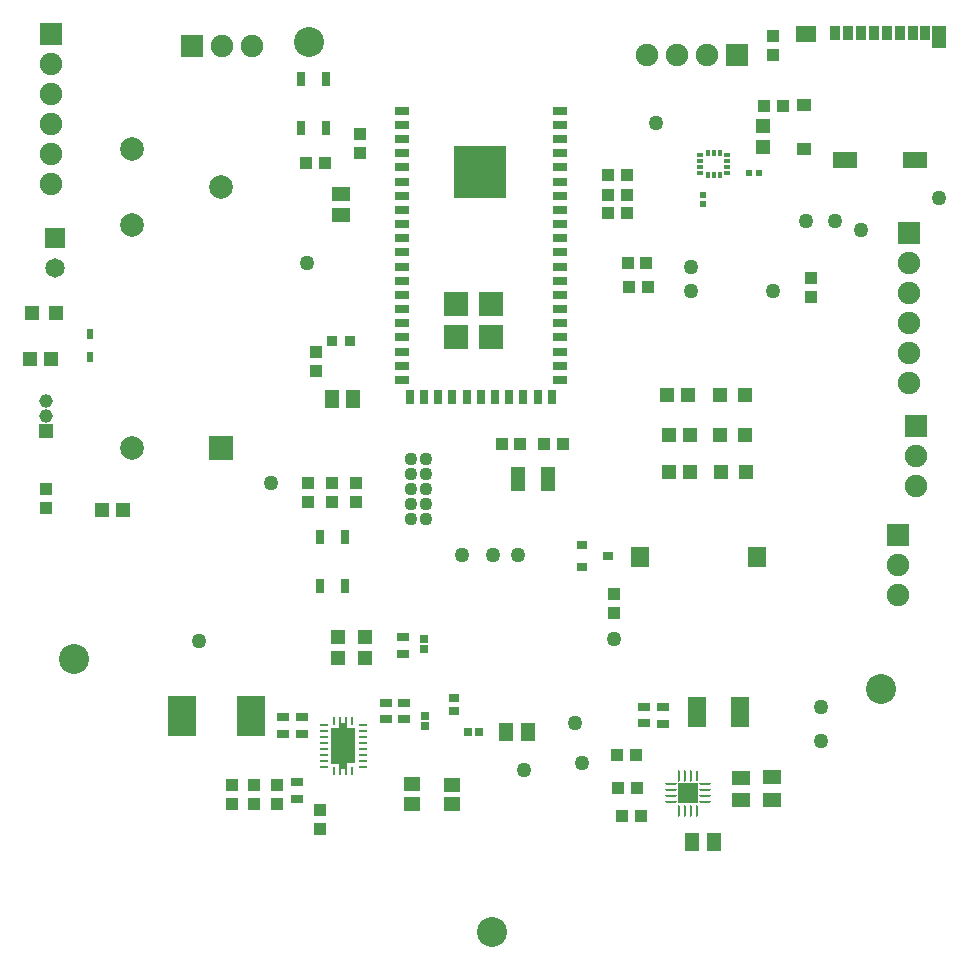
<source format=gts>
G04*
G04 #@! TF.GenerationSoftware,Altium Limited,Altium Designer,21.1.1 (26)*
G04*
G04 Layer_Color=8388736*
%FSLAX25Y25*%
%MOIN*%
G70*
G04*
G04 #@! TF.SameCoordinates,F0776300-378F-46C5-BA81-3E012C389C30*
G04*
G04*
G04 #@! TF.FilePolarity,Negative*
G04*
G01*
G75*
%ADD24C,0.05000*%
%ADD27R,0.07874X0.07874*%
%ADD36R,0.09500X0.13500*%
%ADD38R,0.01378X0.02264*%
%ADD39R,0.02264X0.01378*%
%ADD48R,0.05733X0.04940*%
G04:AMPARAMS|DCode=49|XSize=23.62mil|YSize=9.45mil|CornerRadius=1.98mil|HoleSize=0mil|Usage=FLASHONLY|Rotation=0.000|XOffset=0mil|YOffset=0mil|HoleType=Round|Shape=RoundedRectangle|*
%AMROUNDEDRECTD49*
21,1,0.02362,0.00548,0,0,0.0*
21,1,0.01965,0.00945,0,0,0.0*
1,1,0.00397,0.00983,-0.00274*
1,1,0.00397,-0.00983,-0.00274*
1,1,0.00397,-0.00983,0.00274*
1,1,0.00397,0.00983,0.00274*
%
%ADD49ROUNDEDRECTD49*%
G04:AMPARAMS|DCode=50|XSize=9.45mil|YSize=23.62mil|CornerRadius=1.98mil|HoleSize=0mil|Usage=FLASHONLY|Rotation=0.000|XOffset=0mil|YOffset=0mil|HoleType=Round|Shape=RoundedRectangle|*
%AMROUNDEDRECTD50*
21,1,0.00945,0.01965,0,0,0.0*
21,1,0.00548,0.02362,0,0,0.0*
1,1,0.00397,0.00274,-0.00983*
1,1,0.00397,-0.00274,-0.00983*
1,1,0.00397,-0.00274,0.00983*
1,1,0.00397,0.00274,0.00983*
%
%ADD50ROUNDEDRECTD50*%
G04:AMPARAMS|DCode=56|XSize=9.42mil|YSize=38.03mil|CornerRadius=4.71mil|HoleSize=0mil|Usage=FLASHONLY|Rotation=270.000|XOffset=0mil|YOffset=0mil|HoleType=Round|Shape=RoundedRectangle|*
%AMROUNDEDRECTD56*
21,1,0.00942,0.02861,0,0,270.0*
21,1,0.00000,0.03803,0,0,270.0*
1,1,0.00942,-0.01431,0.00000*
1,1,0.00942,-0.01431,0.00000*
1,1,0.00942,0.01431,0.00000*
1,1,0.00942,0.01431,0.00000*
%
%ADD56ROUNDEDRECTD56*%
G04:AMPARAMS|DCode=57|XSize=38.03mil|YSize=9.42mil|CornerRadius=4.71mil|HoleSize=0mil|Usage=FLASHONLY|Rotation=270.000|XOffset=0mil|YOffset=0mil|HoleType=Round|Shape=RoundedRectangle|*
%AMROUNDEDRECTD57*
21,1,0.03803,0.00000,0,0,270.0*
21,1,0.02861,0.00942,0,0,270.0*
1,1,0.00942,0.00000,-0.01431*
1,1,0.00942,0.00000,0.01431*
1,1,0.00942,0.00000,0.01431*
1,1,0.00942,0.00000,-0.01431*
%
%ADD57ROUNDEDRECTD57*%
%ADD58R,0.00942X0.03803*%
%ADD59R,0.04731X0.04731*%
%ADD60R,0.04337X0.03943*%
%ADD61R,0.04731X0.04731*%
%ADD62R,0.03353X0.02762*%
%ADD63R,0.06306X0.07093*%
%ADD64R,0.05124X0.05124*%
%ADD65R,0.05124X0.03156*%
%ADD66R,0.03156X0.05124*%
%ADD67R,0.08274X0.08274*%
%ADD68R,0.08819X0.08819*%
%ADD69R,0.05006X0.07487*%
%ADD70R,0.03353X0.04731*%
%ADD71R,0.03747X0.04731*%
%ADD72R,0.06502X0.05715*%
%ADD73R,0.05124X0.04337*%
%ADD74R,0.07880X0.05715*%
%ADD75C,0.10000*%
%ADD76R,0.04534X0.05912*%
%ADD77R,0.03943X0.03156*%
%ADD78R,0.02447X0.02447*%
%ADD79R,0.03550X0.03550*%
%ADD80R,0.03943X0.04337*%
%ADD81R,0.02959X0.04534*%
%ADD82R,0.04731X0.07880*%
%ADD83R,0.04928X0.06109*%
%ADD84R,0.02841X0.02841*%
%ADD85R,0.03353X0.02959*%
%ADD86R,0.02565X0.02959*%
%ADD87R,0.05912X0.04534*%
%ADD88R,0.06109X0.04928*%
%ADD89R,0.06306X0.09849*%
%ADD90R,0.02447X0.02447*%
%ADD91R,0.02368X0.03550*%
%ADD92R,0.06614X0.06614*%
%ADD93C,0.04534*%
%ADD94R,0.07487X0.07487*%
%ADD95C,0.07487*%
%ADD96C,0.04360*%
%ADD97R,0.07487X0.07487*%
%ADD98C,0.07874*%
%ADD99C,0.06502*%
%ADD100R,0.06502X0.06502*%
%ADD101R,0.04534X0.04534*%
%ADD102C,0.02000*%
G36*
X107038Y-239324D02*
Y-239285D01*
X107068Y-239212D01*
X107124Y-239157D01*
X107196Y-239127D01*
X107235D01*
Y-239127D01*
X109598D01*
X109598Y-235682D01*
Y-235643D01*
X109627Y-235571D01*
X109683Y-235515D01*
X109755Y-235485D01*
X109794D01*
Y-235485D01*
X110188Y-235485D01*
X110227Y-235485D01*
X110300Y-235515D01*
X110355Y-235571D01*
X110385Y-235643D01*
X110385Y-235682D01*
X110385Y-235682D01*
X110385Y-237552D01*
X111763D01*
Y-235682D01*
X111763Y-235643D01*
X111793Y-235571D01*
X111848Y-235515D01*
X111920Y-235485D01*
X111960Y-235485D01*
Y-235485D01*
X112353Y-235485D01*
X112392D01*
X112465Y-235515D01*
X112520Y-235571D01*
X112550Y-235643D01*
Y-235682D01*
X112550Y-235682D01*
Y-239127D01*
X114912Y-239127D01*
X114952D01*
X115024Y-239157D01*
X115079Y-239212D01*
X115109Y-239285D01*
Y-239324D01*
X115109D01*
X115109Y-250741D01*
Y-250780D01*
X115079Y-250853D01*
X115024Y-250908D01*
X114952Y-250938D01*
X114912D01*
X114912D01*
X112550D01*
X112550Y-254580D01*
Y-254619D01*
X112520Y-254691D01*
X112465Y-254747D01*
X112392Y-254777D01*
X112353D01*
X112353Y-254777D01*
X111960D01*
X111920Y-254777D01*
X111848Y-254747D01*
X111793Y-254691D01*
X111763Y-254619D01*
X111763Y-254580D01*
D01*
X111763Y-252710D01*
X110385D01*
X110385Y-254580D01*
X110385Y-254619D01*
X110355Y-254691D01*
X110300Y-254747D01*
X110227Y-254777D01*
X110188D01*
D01*
X109794D01*
X109755D01*
X109683Y-254747D01*
X109627Y-254691D01*
X109598Y-254619D01*
Y-254580D01*
Y-254580D01*
Y-251135D01*
X107235D01*
X107196D01*
X107124Y-251105D01*
X107068Y-251050D01*
X107038Y-250977D01*
Y-250938D01*
Y-250938D01*
X107038Y-239324D01*
D02*
G37*
D24*
X270400Y-243334D02*
D03*
X62987Y-210229D02*
D03*
X270400Y-232107D02*
D03*
X171537Y-253050D02*
D03*
X201400Y-209407D02*
D03*
X86940Y-157615D02*
D03*
X169500Y-181400D02*
D03*
X161000D02*
D03*
X150724D02*
D03*
X215411Y-37300D02*
D03*
X309828Y-62500D02*
D03*
X190700Y-250716D02*
D03*
X188300Y-237517D02*
D03*
X227165Y-85319D02*
D03*
Y-93503D02*
D03*
X99168Y-84095D02*
D03*
X274946Y-69969D02*
D03*
X283608Y-73261D02*
D03*
X254400Y-93503D02*
D03*
X265261Y-69969D02*
D03*
D27*
X70394Y-145866D02*
D03*
D36*
X57437Y-235150D02*
D03*
X80437D02*
D03*
D38*
X232677Y-47589D02*
D03*
X234646D02*
D03*
X236614D02*
D03*
Y-54774D02*
D03*
X234646D02*
D03*
X232677D02*
D03*
D39*
X239222Y-48228D02*
D03*
Y-50197D02*
D03*
Y-52165D02*
D03*
Y-54134D02*
D03*
X230069D02*
D03*
Y-52165D02*
D03*
Y-50197D02*
D03*
Y-48228D02*
D03*
D48*
X147413Y-264593D02*
D03*
Y-258090D02*
D03*
X133921Y-264325D02*
D03*
Y-257823D02*
D03*
D49*
X117570Y-238241D02*
D03*
Y-240210D02*
D03*
Y-242178D02*
D03*
Y-244147D02*
D03*
Y-246115D02*
D03*
Y-248084D02*
D03*
Y-250052D02*
D03*
Y-252021D02*
D03*
X104578D02*
D03*
Y-250052D02*
D03*
Y-248084D02*
D03*
Y-246115D02*
D03*
Y-244147D02*
D03*
Y-242178D02*
D03*
Y-240210D02*
D03*
Y-238241D02*
D03*
D50*
X114027Y-236666D02*
D03*
Y-253596D02*
D03*
X108121D02*
D03*
Y-236666D02*
D03*
D56*
X231890Y-257874D02*
D03*
Y-259842D02*
D03*
Y-261811D02*
D03*
Y-263779D02*
D03*
X220291D02*
D03*
Y-261811D02*
D03*
Y-259842D02*
D03*
Y-257874D02*
D03*
D57*
X229043Y-266626D02*
D03*
X227075D02*
D03*
X225106D02*
D03*
X223138D02*
D03*
Y-255027D02*
D03*
X225106D02*
D03*
X227075D02*
D03*
D58*
X229043D02*
D03*
D59*
X30709Y-166535D02*
D03*
X37795D02*
D03*
X6793Y-116142D02*
D03*
X13880D02*
D03*
X226865Y-141520D02*
D03*
X219779D02*
D03*
X226123Y-128134D02*
D03*
X219036D02*
D03*
X219779Y-153925D02*
D03*
X226865D02*
D03*
D60*
X12205Y-165648D02*
D03*
Y-159348D02*
D03*
X116800Y-47421D02*
D03*
Y-41122D02*
D03*
X201400Y-194517D02*
D03*
Y-200816D02*
D03*
X99545Y-163915D02*
D03*
Y-157615D02*
D03*
X115293D02*
D03*
Y-163915D02*
D03*
X107419Y-157615D02*
D03*
Y-163915D02*
D03*
X103437Y-266351D02*
D03*
Y-272650D02*
D03*
X88946Y-264325D02*
D03*
Y-258026D02*
D03*
X81537Y-264325D02*
D03*
Y-258026D02*
D03*
X73985Y-264325D02*
D03*
Y-258026D02*
D03*
X101900Y-120050D02*
D03*
Y-113750D02*
D03*
X254400Y-8450D02*
D03*
Y-14750D02*
D03*
X266900Y-95550D02*
D03*
Y-89250D02*
D03*
D61*
X251200Y-45414D02*
D03*
Y-38327D02*
D03*
X118542Y-215925D02*
D03*
Y-208838D02*
D03*
X109364Y-215925D02*
D03*
Y-208838D02*
D03*
D62*
X199511Y-181877D02*
D03*
X190849Y-185617D02*
D03*
Y-178136D02*
D03*
D63*
X210012Y-182100D02*
D03*
X248988D02*
D03*
D64*
X15551Y-100787D02*
D03*
X7283D02*
D03*
X236753Y-128134D02*
D03*
X245021D02*
D03*
X236753Y-141520D02*
D03*
X245021D02*
D03*
X237066Y-153925D02*
D03*
X245334D02*
D03*
D65*
X130644Y-33350D02*
D03*
Y-38075D02*
D03*
Y-42799D02*
D03*
Y-47524D02*
D03*
Y-52248D02*
D03*
Y-56972D02*
D03*
Y-61697D02*
D03*
Y-66421D02*
D03*
Y-71146D02*
D03*
Y-75870D02*
D03*
Y-80594D02*
D03*
Y-85319D02*
D03*
Y-90043D02*
D03*
Y-94768D02*
D03*
Y-99492D02*
D03*
Y-104217D02*
D03*
Y-108941D02*
D03*
Y-113665D02*
D03*
Y-118390D02*
D03*
Y-123114D02*
D03*
X183400D02*
D03*
Y-118390D02*
D03*
Y-113665D02*
D03*
Y-108941D02*
D03*
Y-104217D02*
D03*
Y-99492D02*
D03*
Y-94768D02*
D03*
Y-90043D02*
D03*
Y-85319D02*
D03*
Y-80594D02*
D03*
Y-75870D02*
D03*
Y-71146D02*
D03*
Y-66421D02*
D03*
Y-61697D02*
D03*
Y-56972D02*
D03*
Y-52248D02*
D03*
Y-47524D02*
D03*
Y-42799D02*
D03*
Y-38075D02*
D03*
Y-33350D02*
D03*
D66*
X133384Y-128787D02*
D03*
X142833D02*
D03*
X147557D02*
D03*
X152282D02*
D03*
X157006D02*
D03*
X161731D02*
D03*
X166455D02*
D03*
X171179D02*
D03*
X175904D02*
D03*
X180628D02*
D03*
X138109D02*
D03*
D67*
X148812Y-108886D02*
D03*
Y-97646D02*
D03*
X160324Y-108886D02*
D03*
Y-97646D02*
D03*
D68*
X152544Y-58126D02*
D03*
Y-49394D02*
D03*
X161135Y-58126D02*
D03*
Y-49394D02*
D03*
D69*
X309828Y-8669D02*
D03*
D70*
X305064Y-7291D02*
D03*
D71*
X300930D02*
D03*
X296600D02*
D03*
X292269D02*
D03*
X287938D02*
D03*
X283608D02*
D03*
X279277D02*
D03*
X274946D02*
D03*
D72*
X265261Y-7783D02*
D03*
D73*
X264572Y-46071D02*
D03*
Y-31504D02*
D03*
D74*
X278352Y-49909D02*
D03*
X301855D02*
D03*
D75*
X160630Y-307087D02*
D03*
X21260Y-216142D02*
D03*
X290551Y-225984D02*
D03*
X99800Y-10600D02*
D03*
D76*
X172885Y-240603D02*
D03*
X165404D02*
D03*
D77*
X97306Y-235550D02*
D03*
Y-241062D02*
D03*
X91192Y-235485D02*
D03*
Y-240997D02*
D03*
X131064Y-208838D02*
D03*
Y-214350D02*
D03*
X131349Y-230761D02*
D03*
Y-236273D02*
D03*
X125444Y-230761D02*
D03*
Y-236273D02*
D03*
X95637Y-262750D02*
D03*
Y-257238D02*
D03*
X211233Y-232005D02*
D03*
Y-237517D02*
D03*
X217665Y-237795D02*
D03*
Y-232283D02*
D03*
D78*
X231020Y-61417D02*
D03*
Y-64567D02*
D03*
D79*
X113270Y-109970D02*
D03*
X107364D02*
D03*
D80*
X178081Y-144295D02*
D03*
X184380D02*
D03*
X170223D02*
D03*
X163924D02*
D03*
X205723Y-61417D02*
D03*
X199424D02*
D03*
Y-54847D02*
D03*
X205723D02*
D03*
X251350Y-31800D02*
D03*
X257650D02*
D03*
X98601Y-50900D02*
D03*
X104900D02*
D03*
X205723Y-67558D02*
D03*
X199424D02*
D03*
X212205Y-84095D02*
D03*
X205906D02*
D03*
X212750Y-92200D02*
D03*
X206450D02*
D03*
X202362Y-248228D02*
D03*
X208661D02*
D03*
X209055Y-259157D02*
D03*
X202756D02*
D03*
X210236Y-268504D02*
D03*
X203937D02*
D03*
D81*
X103268Y-175531D02*
D03*
Y-191869D02*
D03*
X111732D02*
D03*
Y-175531D02*
D03*
X97068Y-22731D02*
D03*
Y-39069D02*
D03*
X105532D02*
D03*
Y-22731D02*
D03*
D82*
X179356Y-156106D02*
D03*
X169514D02*
D03*
D83*
X114510Y-129571D02*
D03*
X107424D02*
D03*
X227559Y-277165D02*
D03*
X234646D02*
D03*
D84*
X137937Y-209407D02*
D03*
Y-212950D02*
D03*
X138436Y-235012D02*
D03*
Y-238555D02*
D03*
D85*
X148200Y-233480D02*
D03*
Y-229149D02*
D03*
D86*
X152594Y-240603D02*
D03*
X156530D02*
D03*
D87*
X253900Y-255620D02*
D03*
Y-263100D02*
D03*
D88*
X243701Y-255906D02*
D03*
Y-262992D02*
D03*
X110236Y-68110D02*
D03*
Y-61024D02*
D03*
D89*
X243504Y-233858D02*
D03*
X228937D02*
D03*
D90*
X249606Y-54134D02*
D03*
X246457D02*
D03*
D91*
X26772Y-107677D02*
D03*
Y-115551D02*
D03*
D92*
X226090Y-260827D02*
D03*
D93*
X12205Y-130039D02*
D03*
Y-135039D02*
D03*
D94*
X301969Y-138425D02*
D03*
X299606Y-74094D02*
D03*
X296000Y-174900D02*
D03*
X13780Y-7874D02*
D03*
D95*
X301969Y-148425D02*
D03*
Y-158425D02*
D03*
X299606Y-94095D02*
D03*
Y-84095D02*
D03*
Y-104095D02*
D03*
Y-114094D02*
D03*
Y-124094D02*
D03*
X296000Y-194900D02*
D03*
Y-184900D02*
D03*
X70866Y-11811D02*
D03*
X80866D02*
D03*
X212400Y-14750D02*
D03*
X222400D02*
D03*
X232400D02*
D03*
X13780Y-57874D02*
D03*
Y-47874D02*
D03*
Y-37874D02*
D03*
Y-17874D02*
D03*
Y-27874D02*
D03*
D96*
X133795Y-149380D02*
D03*
X138795D02*
D03*
Y-159380D02*
D03*
Y-154380D02*
D03*
X133795Y-159380D02*
D03*
Y-154380D02*
D03*
Y-164380D02*
D03*
Y-169380D02*
D03*
X138795Y-164380D02*
D03*
Y-169380D02*
D03*
D97*
X60866Y-11811D02*
D03*
X242400Y-14750D02*
D03*
D98*
X40630Y-71457D02*
D03*
Y-46260D02*
D03*
X70394Y-58858D02*
D03*
X40630Y-145866D02*
D03*
D99*
X14961Y-85827D02*
D03*
D100*
Y-75827D02*
D03*
D101*
X12205Y-140039D02*
D03*
D102*
X111074Y-250151D02*
D03*
X114125Y-247198D02*
D03*
X111074D02*
D03*
X108023D02*
D03*
X114125Y-243064D02*
D03*
X111074D02*
D03*
X108023D02*
D03*
X111074Y-240111D02*
D03*
M02*

</source>
